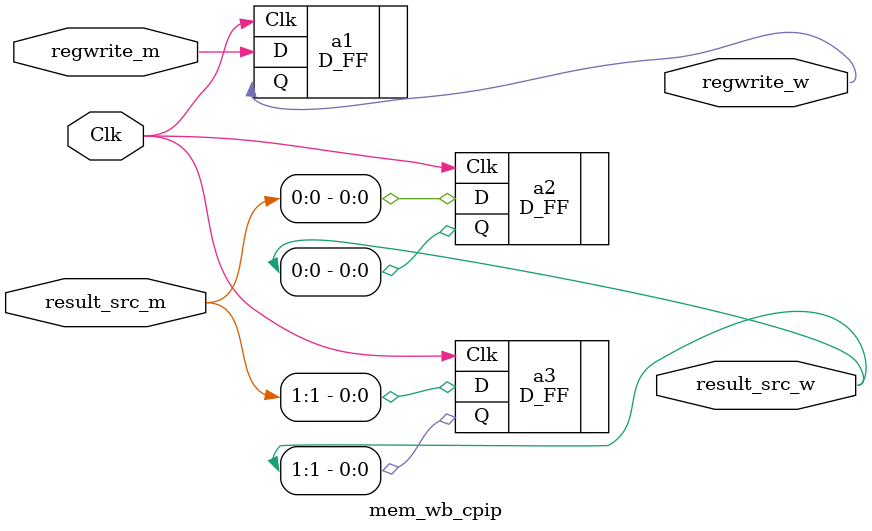
<source format=v>
`include "sequential_elements.v"

module mem_wb_cpip(
    input regwrite_m,Clk,
    input [1:0] result_src_m,
    output regwrite_w,
    output [1:0] result_src_w
);

D_FF a1(.Q(regwrite_w), .D(regwrite_m), .Clk(Clk));
D_FF a2(.Q(result_src_w[0]), .D(result_src_m[0]), .Clk(Clk));
D_FF a3(.Q(result_src_w[1]), .D(result_src_m[1]), .Clk(Clk));

endmodule
</source>
